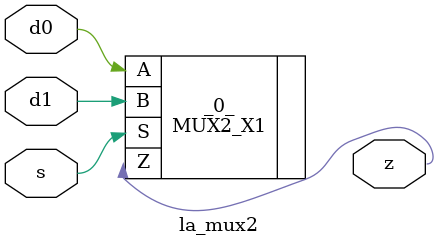
<source format=v>
/* Generated by Yosys 0.37 (git sha1 a5c7f69ed, clang 14.0.0-1ubuntu1.1 -fPIC -Os) */

module la_mux2(d0, d1, s, z);
  input d0;
  wire d0;
  input d1;
  wire d1;
  input s;
  wire s;
  output z;
  wire z;
  MUX2_X1 _0_ (
    .A(d0),
    .B(d1),
    .S(s),
    .Z(z)
  );
endmodule

</source>
